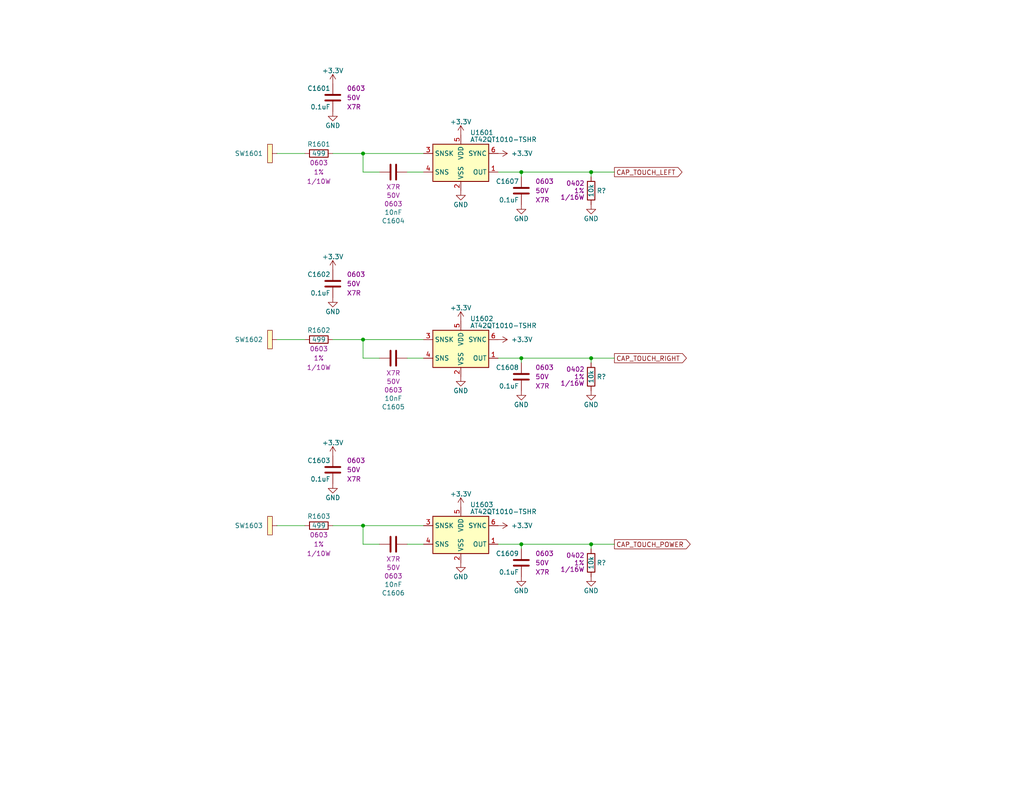
<source format=kicad_sch>
(kicad_sch (version 20230121) (generator eeschema)
  (paper "A")
  (title_block (title "USB Hub") (date "2023-08-20") (rev "PRELIM") (company "Drew Maatman"))
  (lib_symbols
    (symbol "Custom_Library:C_Custom" (pin_numbers hide) (pin_names (offset 0.254))
      (property "Reference" "C" (at 0.635 2.54 0))
      (property "Value" "C_Custom" (at 0.635 -2.54 0))
      (property "display_footprint" "Foot" (at -3.81 2.54 0))
      (property "Voltage" "V" (at -3.81 0 0))
      (property "Dielectric" "Er" (at -3.81 -2.54 0))
      (symbol "C_Custom_0_1"
        (polyline (pts (xy -2.032 -0.762) (xy 2.032 -0.762)) (stroke (width 0.508)))
        (polyline (pts (xy -2.032 0.762) (xy 2.032 0.762)) (stroke (width 0.508)))
      )
      (symbol "C_Custom_1_1"
        (pin passive line (at 0 3.81 270) (length 2.794) (name "~") (number "1"))
        (pin passive line (at 0 -3.81 90) (length 2.794) (name "~") (number "2"))
      )
    )
    (symbol "Custom_Library:Cap_Touch" (pin_numbers hide) (pin_names (offset 0) hide)
      (property "Reference" "SW" (at 0 3.81 0))
      (symbol "Cap_Touch_0_1"
        (rectangle (start -2.54 1.27) (end 2.54 2.54) (fill (type background)))
        (polyline (pts (xy 0 0) (xy 0 1.27)))
      )
      (symbol "Cap_Touch_1_1"
        (pin passive line (at 0 0 90) (length 0) (name "TP") (number "1"))
      )
    )
    (symbol "Custom_Library:R_Custom" (pin_numbers hide) (pin_names (offset 1.016) hide)
      (property "Reference" "R" (at -2.54 0 90))
      (property "Value" "R_Custom" (at 0 0 90))
      (property "display_footprint" "Foot" (at 2.54 0 90))
      (property "Tolerance" "Tol" (at 5.08 0 90))
      (property "Wattage" "W" (at 7.62 0 90))
      (symbol "R_Custom_0_1"
        (rectangle (start 1.016 2.54) (end -1.016 -2.54) (stroke (width 0.254)))
      )
      (symbol "R_Custom_1_1"
        (pin passive line (at 0 3.81 270) (length 1.27) (name "1") (number "1"))
        (pin passive line (at 0 -3.81 90) (length 1.27) (name "2") (number "2"))
      )
    )
    (symbol "Sensor_Touch:AT42QT1010-TSHR"
      (property "Reference" "U" (at -2.54 8.255 0))
      (property "Value" "AT42QT1010-TSHR" (at -2.54 6.35 0))
      (symbol "AT42QT1010-TSHR_0_1"
        (rectangle (start -7.62 5.08) (end 7.62 -5.08) (stroke (width 0.254)) (fill (type background)))
      )
      (symbol "AT42QT1010-TSHR_1_1"
        (pin output line (at -10.16 -2.54 0) (length 2.54) (name "OUT") (number "1"))
        (pin power_in line (at 0 -7.62 90) (length 2.54) (name "VSS") (number "2"))
        (pin passive line (at 10.16 2.54 180) (length 2.54) (name "SNSK") (number "3"))
        (pin passive line (at 10.16 -2.54 180) (length 2.54) (name "SNS") (number "4"))
        (pin power_in line (at 0 7.62 270) (length 2.54) (name "VDD") (number "5"))
        (pin input line (at -10.16 2.54 0) (length 2.54) (name "SYNC") (number "6"))
      )
    )
    (symbol "power:+3.3V" (power) (pin_names (offset 0))
      (property "Value" "+3.3V" (at 0 3.556 0))
      (symbol "+3.3V_0_1"
        (polyline (pts (xy -0.762 1.27) (xy 0 2.54)))
        (polyline (pts (xy 0 0) (xy 0 2.54)))
        (polyline (pts (xy 0 2.54) (xy 0.762 1.27)))
      )
      (symbol "+3.3V_1_1"
        (pin power_in line (at 0 0 90) (length 0) hide (name "+3.3V") (number "1"))
      )
    )
    (symbol "power:GND" (power) (pin_names (offset 0))
      (property "Value" "GND" (at 0 -3.81 0))
      (symbol "GND_0_1"
        (polyline (pts (xy 0 0) (xy 0 -1.27) (xy 1.27 -1.27) (xy 0 -2.54) (xy -1.27 -1.27) (xy 0 -1.27)))
      )
      (symbol "GND_1_1"
        (pin power_in line (at 0 0 270) (length 0) hide (name "GND") (number "1"))
      )
    )
  )
  (junction (at 142.24 46.99))
  (junction (at 161.29 148.59))
  (junction (at 99.06 143.51))
  (junction (at 142.24 148.59))
  (junction (at 142.24 97.79))
  (junction (at 99.06 41.91))
  (junction (at 99.06 92.71))
  (junction (at 161.29 97.79))
  (junction (at 161.29 46.99))
  (wire (pts (xy 99.06 148.59) (xy 99.06 143.51)))
  (wire (pts (xy 99.06 41.91) (xy 115.57 41.91)))
  (wire (pts (xy 111.125 97.79) (xy 115.57 97.79)))
  (wire (pts (xy 142.24 99.06) (xy 142.24 97.79)))
  (wire (pts (xy 99.06 143.51) (xy 115.57 143.51)))
  (wire (pts (xy 90.805 92.71) (xy 99.06 92.71)))
  (wire (pts (xy 75.565 143.51) (xy 83.185 143.51)))
  (wire (pts (xy 161.29 48.26) (xy 161.29 46.99)))
  (wire (pts (xy 103.505 148.59) (xy 99.06 148.59)))
  (wire (pts (xy 75.565 41.91) (xy 83.185 41.91)))
  (wire (pts (xy 111.125 46.99) (xy 115.57 46.99)))
  (wire (pts (xy 90.805 41.91) (xy 99.06 41.91)))
  (wire (pts (xy 111.125 148.59) (xy 115.57 148.59)))
  (wire (pts (xy 99.06 92.71) (xy 115.57 92.71)))
  (wire (pts (xy 161.29 148.59) (xy 142.24 148.59)))
  (wire (pts (xy 142.24 97.79) (xy 135.89 97.79)))
  (wire (pts (xy 142.24 149.86) (xy 142.24 148.59)))
  (wire (pts (xy 103.505 46.99) (xy 99.06 46.99)))
  (wire (pts (xy 99.06 46.99) (xy 99.06 41.91)))
  (wire (pts (xy 161.29 149.86) (xy 161.29 148.59)))
  (wire (pts (xy 142.24 148.59) (xy 135.89 148.59)))
  (wire (pts (xy 99.06 97.79) (xy 99.06 92.71)))
  (wire (pts (xy 161.29 97.79) (xy 142.24 97.79)))
  (wire (pts (xy 142.24 46.99) (xy 135.89 46.99)))
  (wire (pts (xy 161.29 46.99) (xy 167.64 46.99)))
  (wire (pts (xy 161.29 97.79) (xy 167.64 97.79)))
  (wire (pts (xy 103.505 97.79) (xy 99.06 97.79)))
  (wire (pts (xy 161.29 148.59) (xy 167.64 148.59)))
  (wire (pts (xy 75.565 92.71) (xy 83.185 92.71)))
  (wire (pts (xy 142.24 48.26) (xy 142.24 46.99)))
  (wire (pts (xy 161.29 99.06) (xy 161.29 97.79)))
  (wire (pts (xy 90.805 143.51) (xy 99.06 143.51)))
  (wire (pts (xy 161.29 46.99) (xy 142.24 46.99)))
  (global_label "CAP_TOUCH_POWER" (shape output) (at 167.64 148.59 0) (property "Intersheetrefs" "${INTERSHEET_REFS}" (effects hide)))
  (global_label "CAP_TOUCH_RIGHT" (shape output) (at 167.64 97.79 0) (property "Intersheetrefs" "${INTERSHEET_REFS}" (effects hide)))
  (global_label "CAP_TOUCH_LEFT" (shape output) (at 167.64 46.99 0) (property "Intersheetrefs" "${INTERSHEET_REFS}" (effects hide)))
  (symbol (lib_id "Sensor_Touch:AT42QT1010-TSHR") (at 125.73 44.45 0) (mirror y) (unit 1)
    (property "Reference" "U1601" (at 128.27 36.195 0) (effects (justify right)))
    (property "Value" "AT42QT1010-TSHR" (at 128.27 38.1 0) (effects (justify right)))
    (property "Footprint" "TO_SOT_Packages_SMD:SOT-23-6" (effects hide))
    (property "Datasheet" "http://ww1.microchip.com/downloads/en/DeviceDoc/Atmel-9541-AT42-QTouch-BSW-AT42QT1010_Datasheet.pdf" (effects hide))
    (property "Digi-Key PN" "AT42QT1010-TSHRCT-ND" (effects hide))
  )
  (symbol (lib_id "power:GND") (at 125.73 52.07 0) (mirror y) (unit 1)
    (property "Reference" "#PWR01608" (effects hide))
    (property "Value" "GND" (at 125.73 55.88 0))
  )
  (symbol (lib_id "Custom_Library:R_Custom") (at 86.995 41.91 90) (mirror x) (unit 1)
    (property "Reference" "R1601" (at 86.995 39.37 90))
    (property "Value" "499" (at 86.995 41.91 90))
    (property "Footprint" "Resistors_SMD:R_0603" (effects hide))
    (property "Digi-Key PN" "RMCF0603FT499RCT-ND" (effects hide))
    (property "display_footprint" "0603" (at 86.995 44.45 90))
    (property "Tolerance" "1%" (at 86.995 46.99 90))
    (property "Wattage" "1/10W" (at 86.995 49.53 90))
  )
  (symbol (lib_id "Custom_Library:C_Custom") (at 107.315 46.99 270) (mirror x) (unit 1)
    (property "Reference" "C1604" (at 107.315 60.2996 90))
    (property "Value" "10nF" (at 107.315 57.9882 90))
    (property "Footprint" "Capacitors_SMD:C_0603" (effects hide))
    (property "Digi-Key PN" "399-7842-1-ND" (effects hide))
    (property "display_footprint" "0603" (at 107.315 55.6768 90))
    (property "Voltage" "50V" (at 107.315 53.3654 90))
    (property "Dielectric" "X7R" (at 107.315 51.054 90))
  )
  (symbol (lib_id "Custom_Library:Cap_Touch") (at 75.565 41.91 90) (mirror x) (unit 1)
    (property "Reference" "SW1601" (at 71.755 41.91 90) (effects (justify left)))
    (property "Value" "Cap_Touch" (effects hide))
    (property "Footprint" "Custom Footprints Library:Capacitive_Touch_Pad" (effects hide))
  )
  (symbol (lib_id "Custom_Library:C_Custom") (at 90.805 26.67 0) (mirror y) (unit 1)
    (property "Reference" "C1601" (at 90.17 24.13 0) (effects (justify left)))
    (property "Value" "0.1uF" (at 90.17 29.21 0) (effects (justify left)))
    (property "Footprint" "Capacitors_SMD:C_0603" (effects hide))
    (property "Digi-Key PN" "399-7845-1-ND" (effects hide))
    (property "display_footprint" "0603" (at 94.615 24.13 0) (effects (justify right)))
    (property "Voltage" "50V" (at 94.615 26.67 0) (effects (justify right)))
    (property "Dielectric" "X7R" (at 94.615 29.21 0) (effects (justify right)))
  )
  (symbol (lib_id "power:GND") (at 90.805 30.48 0) (unit 1)
    (property "Reference" "#PWR01602" (effects hide))
    (property "Value" "GND" (at 90.805 34.29 0))
  )
  (symbol (lib_id "power:+3.3V") (at 90.805 22.86 0) (unit 1)
    (property "Reference" "#PWR01601" (effects hide))
    (property "Value" "+3.3V" (at 90.805 19.304 0))
  )
  (symbol (lib_id "power:+3.3V") (at 125.73 36.83 0) (unit 1)
    (property "Reference" "#PWR01607" (effects hide))
    (property "Value" "+3.3V" (at 125.73 33.274 0))
  )
  (symbol (lib_id "power:+3.3V") (at 135.89 41.91 270) (unit 1)
    (property "Reference" "#PWR01613" (effects hide))
    (property "Value" "+3.3V" (at 139.446 41.91 90) (effects (justify left)))
  )
  (symbol (lib_id "power:+3.3V") (at 125.73 87.63 0) (unit 1)
    (property "Reference" "#PWR01609" (effects hide))
    (property "Value" "+3.3V" (at 125.73 84.074 0))
  )
  (symbol (lib_id "power:+3.3V") (at 90.805 124.46 0) (unit 1)
    (property "Reference" "#PWR01605" (effects hide))
    (property "Value" "+3.3V" (at 90.805 120.904 0))
  )
  (symbol (lib_id "Custom_Library:C_Custom") (at 107.315 97.79 270) (mirror x) (unit 1)
    (property "Reference" "C1605" (at 107.315 111.0996 90))
    (property "Value" "10nF" (at 107.315 108.7882 90))
    (property "Footprint" "Capacitors_SMD:C_0603" (effects hide))
    (property "Digi-Key PN" "399-7842-1-ND" (effects hide))
    (property "display_footprint" "0603" (at 107.315 106.4768 90))
    (property "Voltage" "50V" (at 107.315 104.1654 90))
    (property "Dielectric" "X7R" (at 107.315 101.854 90))
  )
  (symbol (lib_id "power:GND") (at 161.29 157.48 0) (unit 1)
    (property "Reference" "#PWR?" (effects hide))
    (property "Value" "GND" (at 161.29 161.29 0))
    (instances (project "LED_Panel_Controller" (path "" (reference "#PWR?") (unit 1)) (path "" (reference "#PWR?") (unit 1)) (path "" (reference "#PWR?") (unit 1)) (path "" (reference "#PWR?") (unit 1)) (path "" (reference "#PWR?") (unit 1))) (project "USB_Hub" (path "" (reference "#PWR?") (unit 1)) (path "" (reference "#PWR01621") (unit 1))))
  )
  (symbol (lib_id "power:GND") (at 142.24 106.68 0) (unit 1)
    (property "Reference" "#PWR01617" (effects hide))
    (property "Value" "GND" (at 142.24 110.49 0))
  )
  (symbol (lib_id "power:GND") (at 90.805 81.28 0) (unit 1)
    (property "Reference" "#PWR01604" (effects hide))
    (property "Value" "GND" (at 90.805 85.09 0))
  )
  (symbol (lib_id "power:GND") (at 161.29 55.88 0) (unit 1)
    (property "Reference" "#PWR?" (effects hide))
    (property "Value" "GND" (at 161.29 59.69 0))
    (instances (project "LED_Panel_Controller" (path "" (reference "#PWR?") (unit 1)) (path "" (reference "#PWR?") (unit 1)) (path "" (reference "#PWR?") (unit 1)) (path "" (reference "#PWR?") (unit 1)) (path "" (reference "#PWR?") (unit 1))) (project "USB_Hub" (path "" (reference "#PWR?") (unit 1)) (path "" (reference "#PWR01619") (unit 1))))
  )
  (symbol (lib_id "Sensor_Touch:AT42QT1010-TSHR") (at 125.73 146.05 0) (mirror y) (unit 1)
    (property "Reference" "U1603" (at 128.27 137.795 0) (effects (justify right)))
    (property "Value" "AT42QT1010-TSHR" (at 128.27 139.7 0) (effects (justify right)))
    (property "Footprint" "TO_SOT_Packages_SMD:SOT-23-6" (effects hide))
    (property "Datasheet" "http://ww1.microchip.com/downloads/en/DeviceDoc/Atmel-9541-AT42-QTouch-BSW-AT42QT1010_Datasheet.pdf" (effects hide))
    (property "Digi-Key PN" "AT42QT1010-TSHRCT-ND" (effects hide))
  )
  (symbol (lib_id "power:+3.3V") (at 135.89 92.71 270) (unit 1)
    (property "Reference" "#PWR01614" (effects hide))
    (property "Value" "+3.3V" (at 139.446 92.71 90) (effects (justify left)))
  )
  (symbol (lib_id "Custom_Library:C_Custom") (at 142.24 102.87 0) (mirror y) (unit 1)
    (property "Reference" "C1608" (at 141.605 100.33 0) (effects (justify left)))
    (property "Value" "0.1uF" (at 141.605 105.41 0) (effects (justify left)))
    (property "Footprint" "Capacitors_SMD:C_0603" (effects hide))
    (property "Digi-Key PN" "399-7845-1-ND" (effects hide))
    (property "display_footprint" "0603" (at 146.05 100.33 0) (effects (justify right)))
    (property "Voltage" "50V" (at 146.05 102.87 0) (effects (justify right)))
    (property "Dielectric" "X7R" (at 146.05 105.41 0) (effects (justify right)))
  )
  (symbol (lib_id "Custom_Library:Cap_Touch") (at 75.565 92.71 90) (mirror x) (unit 1)
    (property "Reference" "SW1602" (at 71.755 92.71 90) (effects (justify left)))
    (property "Value" "Cap_Touch" (effects hide))
    (property "Footprint" "Custom Footprints Library:Capacitive_Touch_Pad" (effects hide))
  )
  (symbol (lib_id "Custom_Library:R_Custom") (at 161.29 153.67 0) (mirror y) (unit 1)
    (property "Reference" "R?" (at 162.814 153.67 0) (effects (justify right)))
    (property "Value" "10k" (at 161.29 153.67 90))
    (property "Footprint" "Resistors_SMD:R_0402" (effects hide))
    (property "display_footprint" "0402" (at 159.512 151.638 0) (effects (justify left)))
    (property "Tolerance" "1%" (at 159.512 153.67 0) (effects (justify left)))
    (property "Wattage" "1/16W" (at 159.512 155.448 0) (effects (justify left)))
    (property "Digi-Key PN" "RMCF0402FT10K0CT-ND" (effects hide))
    (instances (project "LED_Panel_Controller" (path "" (reference "R?") (unit 1)) (path "" (reference "R?") (unit 1)) (path "" (reference "R?") (unit 1)) (path "" (reference "R?") (unit 1)) (path "" (reference "R?") (unit 1)) (path "" (reference "R?") (unit 1)) (path "" (reference "R?") (unit 1)) (path "" (reference "R?") (unit 1)) (path "" (reference "R?") (unit 1)) (path "" (reference "R?") (unit 1)) (path "" (reference "R?") (unit 1))) (project "USB_Hub" (path "" (reference "R?") (unit 1)) (path "" (reference "R1606") (unit 1))))
  )
  (symbol (lib_id "power:+3.3V") (at 135.89 143.51 270) (unit 1)
    (property "Reference" "#PWR01615" (effects hide))
    (property "Value" "+3.3V" (at 139.446 143.51 90) (effects (justify left)))
  )
  (symbol (lib_id "Custom_Library:R_Custom") (at 161.29 102.87 0) (mirror y) (unit 1)
    (property "Reference" "R?" (at 162.814 102.87 0) (effects (justify right)))
    (property "Value" "10k" (at 161.29 102.87 90))
    (property "Footprint" "Resistors_SMD:R_0402" (effects hide))
    (property "display_footprint" "0402" (at 159.512 100.838 0) (effects (justify left)))
    (property "Tolerance" "1%" (at 159.512 102.87 0) (effects (justify left)))
    (property "Wattage" "1/16W" (at 159.512 104.648 0) (effects (justify left)))
    (property "Digi-Key PN" "RMCF0402FT10K0CT-ND" (effects hide))
    (instances (project "LED_Panel_Controller" (path "" (reference "R?") (unit 1)) (path "" (reference "R?") (unit 1)) (path "" (reference "R?") (unit 1)) (path "" (reference "R?") (unit 1)) (path "" (reference "R?") (unit 1)) (path "" (reference "R?") (unit 1)) (path "" (reference "R?") (unit 1)) (path "" (reference "R?") (unit 1)) (path "" (reference "R?") (unit 1)) (path "" (reference "R?") (unit 1)) (path "" (reference "R?") (unit 1))) (project "USB_Hub" (path "" (reference "R?") (unit 1)) (path "" (reference "R1605") (unit 1))))
  )
  (symbol (lib_id "power:GND") (at 142.24 157.48 0) (unit 1)
    (property "Reference" "#PWR01618" (effects hide))
    (property "Value" "GND" (at 142.24 161.29 0))
  )
  (symbol (lib_id "power:GND") (at 90.805 132.08 0) (unit 1)
    (property "Reference" "#PWR01606" (effects hide))
    (property "Value" "GND" (at 90.805 135.89 0))
  )
  (symbol (lib_id "Custom_Library:C_Custom") (at 142.24 153.67 0) (mirror y) (unit 1)
    (property "Reference" "C1609" (at 141.605 151.13 0) (effects (justify left)))
    (property "Value" "0.1uF" (at 141.605 156.21 0) (effects (justify left)))
    (property "Footprint" "Capacitors_SMD:C_0603" (effects hide))
    (property "Digi-Key PN" "399-7845-1-ND" (effects hide))
    (property "display_footprint" "0603" (at 146.05 151.13 0) (effects (justify right)))
    (property "Voltage" "50V" (at 146.05 153.67 0) (effects (justify right)))
    (property "Dielectric" "X7R" (at 146.05 156.21 0) (effects (justify right)))
  )
  (symbol (lib_id "Custom_Library:R_Custom") (at 86.995 143.51 90) (mirror x) (unit 1)
    (property "Reference" "R1603" (at 86.995 140.97 90))
    (property "Value" "499" (at 86.995 143.51 90))
    (property "Footprint" "Resistors_SMD:R_0603" (effects hide))
    (property "Digi-Key PN" "RMCF0603FT499RCT-ND" (effects hide))
    (property "display_footprint" "0603" (at 86.995 146.05 90))
    (property "Tolerance" "1%" (at 86.995 148.59 90))
    (property "Wattage" "1/10W" (at 86.995 151.13 90))
  )
  (symbol (lib_id "Custom_Library:C_Custom") (at 107.315 148.59 270) (mirror x) (unit 1)
    (property "Reference" "C1606" (at 107.315 161.8996 90))
    (property "Value" "10nF" (at 107.315 159.5882 90))
    (property "Footprint" "Capacitors_SMD:C_0603" (effects hide))
    (property "Digi-Key PN" "399-7842-1-ND" (effects hide))
    (property "display_footprint" "0603" (at 107.315 157.2768 90))
    (property "Voltage" "50V" (at 107.315 154.9654 90))
    (property "Dielectric" "X7R" (at 107.315 152.654 90))
  )
  (symbol (lib_id "Custom_Library:Cap_Touch") (at 75.565 143.51 90) (mirror x) (unit 1)
    (property "Reference" "SW1603" (at 71.755 143.51 90) (effects (justify left)))
    (property "Value" "Cap_Touch" (effects hide))
    (property "Footprint" "Custom Footprints Library:Capacitive_Touch_Pad" (effects hide))
  )
  (symbol (lib_id "Custom_Library:C_Custom") (at 90.805 128.27 0) (mirror y) (unit 1)
    (property "Reference" "C1603" (at 90.17 125.73 0) (effects (justify left)))
    (property "Value" "0.1uF" (at 90.17 130.81 0) (effects (justify left)))
    (property "Footprint" "Capacitors_SMD:C_0603" (effects hide))
    (property "Digi-Key PN" "399-7845-1-ND" (effects hide))
    (property "display_footprint" "0603" (at 94.615 125.73 0) (effects (justify right)))
    (property "Voltage" "50V" (at 94.615 128.27 0) (effects (justify right)))
    (property "Dielectric" "X7R" (at 94.615 130.81 0) (effects (justify right)))
  )
  (symbol (lib_id "Custom_Library:R_Custom") (at 86.995 92.71 90) (mirror x) (unit 1)
    (property "Reference" "R1602" (at 86.995 90.17 90))
    (property "Value" "499" (at 86.995 92.71 90))
    (property "Footprint" "Resistors_SMD:R_0603" (effects hide))
    (property "Digi-Key PN" "RMCF0603FT499RCT-ND" (effects hide))
    (property "display_footprint" "0603" (at 86.995 95.25 90))
    (property "Tolerance" "1%" (at 86.995 97.79 90))
    (property "Wattage" "1/10W" (at 86.995 100.33 90))
  )
  (symbol (lib_id "power:GND") (at 125.73 153.67 0) (mirror y) (unit 1)
    (property "Reference" "#PWR01612" (effects hide))
    (property "Value" "GND" (at 125.73 157.48 0))
  )
  (symbol (lib_id "power:GND") (at 142.24 55.88 0) (unit 1)
    (property "Reference" "#PWR01616" (effects hide))
    (property "Value" "GND" (at 142.24 59.69 0))
  )
  (symbol (lib_id "power:GND") (at 125.73 102.87 0) (mirror y) (unit 1)
    (property "Reference" "#PWR01610" (effects hide))
    (property "Value" "GND" (at 125.73 106.68 0))
  )
  (symbol (lib_id "Custom_Library:R_Custom") (at 161.29 52.07 0) (mirror y) (unit 1)
    (property "Reference" "R?" (at 162.814 52.07 0) (effects (justify right)))
    (property "Value" "10k" (at 161.29 52.07 90))
    (property "Footprint" "Resistors_SMD:R_0402" (effects hide))
    (property "display_footprint" "0402" (at 159.512 50.038 0) (effects (justify left)))
    (property "Tolerance" "1%" (at 159.512 52.07 0) (effects (justify left)))
    (property "Wattage" "1/16W" (at 159.512 53.848 0) (effects (justify left)))
    (property "Digi-Key PN" "RMCF0402FT10K0CT-ND" (effects hide))
    (instances (project "LED_Panel_Controller" (path "" (reference "R?") (unit 1)) (path "" (reference "R?") (unit 1)) (path "" (reference "R?") (unit 1)) (path "" (reference "R?") (unit 1)) (path "" (reference "R?") (unit 1)) (path "" (reference "R?") (unit 1)) (path "" (reference "R?") (unit 1)) (path "" (reference "R?") (unit 1)) (path "" (reference "R?") (unit 1)) (path "" (reference "R?") (unit 1)) (path "" (reference "R?") (unit 1))) (project "USB_Hub" (path "" (reference "R?") (unit 1)) (path "" (reference "R1604") (unit 1))))
  )
  (symbol (lib_id "power:GND") (at 161.29 106.68 0) (unit 1)
    (property "Reference" "#PWR?" (effects hide))
    (property "Value" "GND" (at 161.29 110.49 0))
    (instances (project "LED_Panel_Controller" (path "" (reference "#PWR?") (unit 1)) (path "" (reference "#PWR?") (unit 1)) (path "" (reference "#PWR?") (unit 1)) (path "" (reference "#PWR?") (unit 1)) (path "" (reference "#PWR?") (unit 1))) (project "USB_Hub" (path "" (reference "#PWR?") (unit 1)) (path "" (reference "#PWR01620") (unit 1))))
  )
  (symbol (lib_id "Custom_Library:C_Custom") (at 142.24 52.07 0) (mirror y) (unit 1)
    (property "Reference" "C1607" (at 141.605 49.53 0) (effects (justify left)))
    (property "Value" "0.1uF" (at 141.605 54.61 0) (effects (justify left)))
    (property "Footprint" "Capacitors_SMD:C_0603" (effects hide))
    (property "Digi-Key PN" "399-7845-1-ND" (effects hide))
    (property "display_footprint" "0603" (at 146.05 49.53 0) (effects (justify right)))
    (property "Voltage" "50V" (at 146.05 52.07 0) (effects (justify right)))
    (property "Dielectric" "X7R" (at 146.05 54.61 0) (effects (justify right)))
  )
  (symbol (lib_id "power:+3.3V") (at 90.805 73.66 0) (unit 1)
    (property "Reference" "#PWR01603" (effects hide))
    (property "Value" "+3.3V" (at 90.805 70.104 0))
  )
  (symbol (lib_id "power:+3.3V") (at 125.73 138.43 0) (unit 1)
    (property "Reference" "#PWR01611" (effects hide))
    (property "Value" "+3.3V" (at 125.73 134.874 0))
  )
  (symbol (lib_id "Sensor_Touch:AT42QT1010-TSHR") (at 125.73 95.25 0) (mirror y) (unit 1)
    (property "Reference" "U1602" (at 128.27 86.995 0) (effects (justify right)))
    (property "Value" "AT42QT1010-TSHR" (at 128.27 88.9 0) (effects (justify right)))
    (property "Footprint" "TO_SOT_Packages_SMD:SOT-23-6" (effects hide))
    (property "Datasheet" "http://ww1.microchip.com/downloads/en/DeviceDoc/Atmel-9541-AT42-QTouch-BSW-AT42QT1010_Datasheet.pdf" (effects hide))
    (property "Digi-Key PN" "AT42QT1010-TSHRCT-ND" (effects hide))
  )
  (symbol (lib_id "Custom_Library:C_Custom") (at 90.805 77.47 0) (mirror y) (unit 1)
    (property "Reference" "C1602" (at 90.17 74.93 0) (effects (justify left)))
    (property "Value" "0.1uF" (at 90.17 80.01 0) (effects (justify left)))
    (property "Footprint" "Capacitors_SMD:C_0603" (effects hide))
    (property "Digi-Key PN" "399-7845-1-ND" (effects hide))
    (property "display_footprint" "0603" (at 94.615 74.93 0) (effects (justify right)))
    (property "Voltage" "50V" (at 94.615 77.47 0) (effects (justify right)))
    (property "Dielectric" "X7R" (at 94.615 80.01 0) (effects (justify right)))
  )
)
</source>
